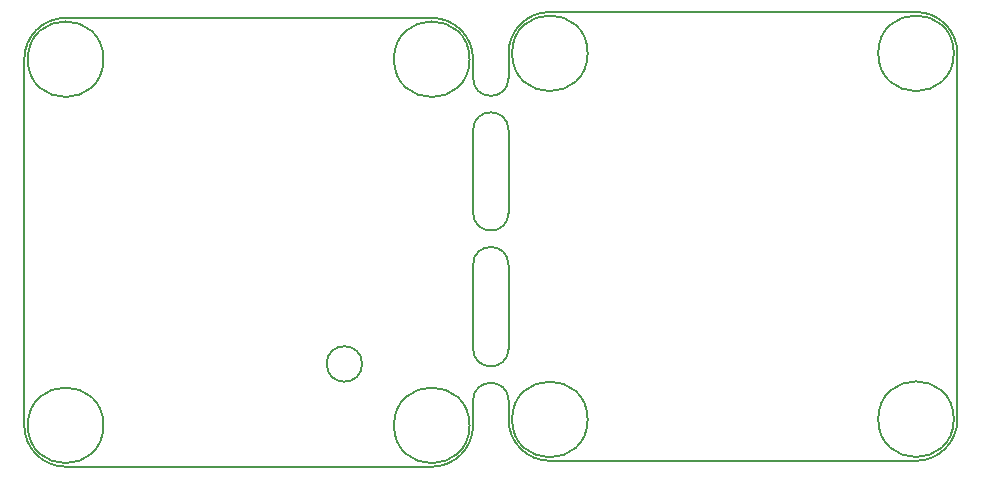
<source format=gbr>
%TF.GenerationSoftware,KiCad,Pcbnew,(5.1.8-0-10_14)*%
%TF.CreationDate,2021-08-18T13:43:03+02:00*%
%TF.ProjectId,ethersweep,65746865-7273-4776-9565-702e6b696361,2.0.1*%
%TF.SameCoordinates,Original*%
%TF.FileFunction,Other,Comment*%
%FSLAX46Y46*%
G04 Gerber Fmt 4.6, Leading zero omitted, Abs format (unit mm)*
G04 Created by KiCad (PCBNEW (5.1.8-0-10_14)) date 2021-08-18 13:43:03*
%MOMM*%
%LPD*%
G01*
G04 APERTURE LIST*
%TA.AperFunction,Profile*%
%ADD10C,0.150000*%
%TD*%
%ADD11C,0.150000*%
G04 APERTURE END LIST*
D10*
X198000000Y-81000000D02*
G75*
G02*
X201500000Y-84500000I0J-3500000D01*
G01*
X160500000Y-115500000D02*
X160500000Y-113900000D01*
X163500000Y-86600000D02*
X163500000Y-85000000D01*
X163500000Y-86600000D02*
G75*
G02*
X160500000Y-86600000I-1500000J0D01*
G01*
X163500000Y-115500000D02*
X163500000Y-113900000D01*
X160500000Y-86600000D02*
X160500000Y-85000000D01*
X160500000Y-113900000D02*
G75*
G02*
X163500000Y-113900000I1500000J0D01*
G01*
X163500000Y-98000000D02*
G75*
G02*
X160500000Y-98000000I-1500000J0D01*
G01*
X160500000Y-91000000D02*
G75*
G02*
X163500000Y-91000000I1500000J0D01*
G01*
X163500000Y-98000000D02*
X163500000Y-91000000D01*
X160500000Y-109500000D02*
X160500000Y-102400000D01*
X160500000Y-102400000D02*
G75*
G02*
X163500000Y-102400000I1500000J0D01*
G01*
X160500000Y-98000000D02*
X160500000Y-91000000D01*
X163500000Y-109500000D02*
X163500000Y-102400000D01*
X163500000Y-109500000D02*
G75*
G02*
X160500000Y-109500000I-1500000J0D01*
G01*
X160500000Y-116000000D02*
X160500000Y-115500000D01*
X163500000Y-84500000D02*
X163500000Y-85000000D01*
X151100000Y-110800000D02*
G75*
G03*
X151100000Y-110800000I-1500000J0D01*
G01*
X126000000Y-119500000D02*
G75*
G02*
X122500000Y-116000000I0J3500000D01*
G01*
X126000000Y-119500000D02*
X157000000Y-119500000D01*
X167000000Y-81000000D02*
X198000000Y-81000000D01*
X163500000Y-84500000D02*
G75*
G02*
X167000000Y-81000000I3500000J0D01*
G01*
X201500000Y-115500000D02*
G75*
G02*
X198000000Y-119000000I-3500000J0D01*
G01*
X167000000Y-119000000D02*
G75*
G02*
X163500000Y-115500000I0J3500000D01*
G01*
X167000000Y-119000000D02*
X198000000Y-119000000D01*
X201500000Y-115500000D02*
X201500000Y-84500000D01*
X122500000Y-85000000D02*
X122500000Y-116000000D01*
X160500000Y-116000000D02*
G75*
G02*
X157000000Y-119500000I-3500000J0D01*
G01*
X157000000Y-81500000D02*
G75*
G02*
X160500000Y-85000000I0J-3500000D01*
G01*
X122500000Y-85000000D02*
G75*
G02*
X126000000Y-81500000I3500000J0D01*
G01*
X157000000Y-81500000D02*
X126000000Y-81500000D01*
D11*
X201200000Y-84500000D02*
G75*
G03*
X201200000Y-84500000I-3200000J0D01*
G01*
X170200000Y-115500000D02*
G75*
G03*
X170200000Y-115500000I-3200000J0D01*
G01*
X201200000Y-115475001D02*
G75*
G03*
X201200000Y-115475001I-3200000J0D01*
G01*
X170200000Y-84500000D02*
G75*
G03*
X170200000Y-84500000I-3200000J0D01*
G01*
X129200000Y-85000000D02*
G75*
G03*
X129200000Y-85000000I-3200000J0D01*
G01*
X160200000Y-85000000D02*
G75*
G03*
X160200000Y-85000000I-3200000J0D01*
G01*
X160200000Y-116000000D02*
G75*
G03*
X160200000Y-116000000I-3200000J0D01*
G01*
X129200000Y-116000000D02*
G75*
G03*
X129200000Y-116000000I-3200000J0D01*
G01*
M02*

</source>
